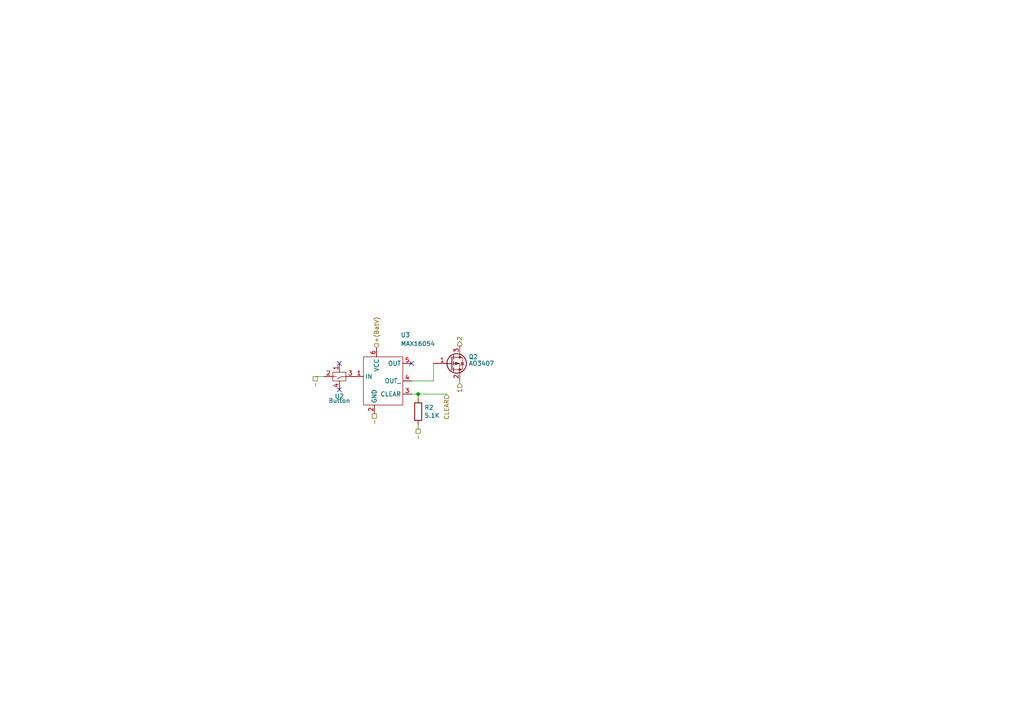
<source format=kicad_sch>
(kicad_sch (version 20230121) (generator eeschema)
  (paper "A4")
  (lib_symbols
    (symbol "Device:R" (pin_numbers hide) (pin_names (offset 0))
      (property "Reference" "R" (at 2.032 0 90))
      (property "Value" "R" (at 0 0 90))
      (symbol "R_0_1"
        (rectangle (start -1.016 -2.54) (end 1.016 2.54) (stroke (width 0.254)))
      )
      (symbol "R_1_1"
        (pin passive line (at 0 3.81 270) (length 1.27) (name "~") (number "1"))
        (pin passive line (at 0 -3.81 90) (length 1.27) (name "~") (number "2"))
      )
    )
    (symbol "Library:Button"
      (property "Reference" "U" (at 1.905 2.54 0))
      (property "Value" "Button" (at 1.905 1.27 0))
      (symbol "Button_0_1"
        (rectangle (start 0 -0.635) (end 3.81 -3.175))
        (polyline (pts (xy 2.7193 -1.905) (xy 3.81 -1.905)))
        (polyline (pts (xy 0 -1.905) (xy 1.27 -1.905) (xy 2.54 -1.27)))
      )
      (symbol "Button_1_1"
        (pin input line (at 1.905 -5.715 90) (length 2.54) (name "") (number "1"))
        (pin input line (at 6.35 -1.905 180) (length 2.54) (name "") (number "2"))
        (pin input line (at -2.54 -1.905 0) (length 2.54) (name "") (number "3"))
        (pin input line (at 1.905 1.905 270) (length 2.54) (name "") (number "4"))
      )
    )
    (symbol "Library:MAX16054"
      (property "Reference" "U" (at 4.445 -12.7 0))
      (property "Value" "MAX16054" (at 8.89 -10.795 0))
      (symbol "MAX16054_0_1"
        (rectangle (start 5.715 6.985) (end -5.715 -6.985))
      )
      (symbol "MAX16054_1_1"
        (pin input line (at -8.255 1.27 0) (length 2.54) (name "IN") (number "1"))
        (pin input line (at -2.54 -9.525 90) (length 2.54) (name "GND") (number "2"))
        (pin input line (at 8.255 -3.81 180) (length 2.54) (name "CLEAR") (number "3"))
        (pin input line (at 8.255 0 180) (length 2.54) (name "OUT_") (number "4"))
        (pin input line (at 8.255 5.08 180) (length 2.54) (name "OUT") (number "5"))
        (pin input line (at -1.905 9.525 270) (length 2.54) (name "VCC") (number "6"))
      )
    )
    (symbol "nrfmicro-rescue:BSS83P" (pin_names (offset 0) hide)
      (property "Reference" "Q" (at 5.08 1.905 0))
      (property "Value" "BSS83P" (at 5.08 0 0))
      (symbol "BSS83P_0_1"
        (polyline (pts (xy 0 0) (xy 0.254 0)))
        (polyline (pts (xy 0.762 -1.778) (xy 2.54 -1.778)))
        (polyline (pts (xy 0.762 -1.27) (xy 0.762 -2.286)) (stroke (width 0.254)))
        (polyline (pts (xy 0.762 0) (xy 2.54 0)))
        (polyline (pts (xy 0.762 0.508) (xy 0.762 -0.508)) (stroke (width 0.254)))
        (polyline (pts (xy 0.762 1.778) (xy 2.54 1.778)))
        (polyline (pts (xy 0.762 2.286) (xy 0.762 1.27)) (stroke (width 0.254)))
        (polyline (pts (xy 2.54 -1.778) (xy 2.54 -2.54)))
        (polyline (pts (xy 2.54 -1.778) (xy 2.54 0)))
        (polyline (pts (xy 2.54 2.54) (xy 2.54 1.778)))
        (polyline (pts (xy 0.254 1.905) (xy 0.254 -1.905) (xy 0.254 -1.905)) (stroke (width 0.254)))
        (polyline (pts (xy 2.286 0) (xy 1.27 -0.381) (xy 1.27 0.381) (xy 2.286 0)) (fill (type outline)))
        (polyline (pts (xy 2.54 -1.778) (xy 3.302 -1.778) (xy 3.302 1.778) (xy 2.54 1.778)))
        (polyline (pts (xy 2.794 -0.508) (xy 2.921 -0.381) (xy 3.683 -0.381) (xy 3.81 -0.254)))
        (polyline (pts (xy 3.302 -0.381) (xy 2.921 0.254) (xy 3.683 0.254) (xy 3.302 -0.381)))
        (circle (center 1.651 0) (radius 2.8194) (stroke (width 0.254)))
        (circle (center 2.54 -1.778) (radius 0.2794) (fill (type outline)))
        (circle (center 2.54 1.778) (radius 0.2794) (fill (type outline)))
      )
      (symbol "BSS83P_1_1"
        (pin input line (at -5.08 0 0) (length 5.08) (name "G") (number "1"))
        (pin passive line (at 2.54 -5.08 90) (length 2.54) (name "S") (number "2"))
        (pin passive line (at 2.54 5.08 270) (length 2.54) (name "D") (number "3"))
      )
    )
  )
  (junction (at 121.285 114.3))
  (no_connect (at 98.425 113.03))
  (no_connect (at 119.38 105.41))
  (no_connect (at 98.425 105.41))
  (wire (pts (xy 121.285 114.3) (xy 121.285 115.57)))
  (wire (pts (xy 93.98 109.22) (xy 91.44 109.22)))
  (wire (pts (xy 121.285 123.19) (xy 121.285 124.46)))
  (wire (pts (xy 125.73 105.41) (xy 125.73 110.49)))
  (wire (pts (xy 121.285 114.3) (xy 119.38 114.3)))
  (wire (pts (xy 121.285 114.3) (xy 129.54 114.3)))
  (wire (pts (xy 133.35 111.125) (xy 133.35 110.49)))
  (wire (pts (xy 125.73 110.49) (xy 119.38 110.49)))
  (hierarchical_label "-" (shape passive) (at 108.585 120.015 270))
  (hierarchical_label "-" (shape passive) (at 91.44 109.22 270))
  (hierarchical_label "2" (shape output) (at 133.35 100.33 90))
  (hierarchical_label "+(BatV)" (shape input) (at 109.22 100.965 90))
  (hierarchical_label "CLEAR" (shape input) (at 129.54 114.3 270))
  (hierarchical_label "1" (shape input) (at 133.35 111.125 270))
  (hierarchical_label "-" (shape passive) (at 121.285 124.46 270))
  (symbol (lib_id "nrfmicro-rescue:BSS83P") (at 130.81 105.41 0) (unit 1)
    (property "Reference" "Q2" (at 135.89 103.505 0) (effects (justify left)))
    (property "Value" "AO3407" (at 135.89 105.41 0) (effects (justify left)))
    (property "Footprint" "Package_TO_SOT_SMD:SOT-23" (effects hide))
  )
  (symbol (lib_id "Device:R") (at 121.285 119.38 0) (unit 1)
    (property "Reference" "R2" (at 123.063 118.2116 0) (effects (justify left)))
    (property "Value" "5.1K" (at 123.063 120.523 0) (effects (justify left)))
    (property "Footprint" "Resistor_SMD:R_0402_1005Metric" (effects hide))
  )
  (symbol (lib_id "Library:Button") (at 100.33 111.125 180) (unit 1)
    (property "Reference" "U2" (at 98.425 114.935 0))
    (property "Value" "Button" (at 98.425 116.205 0))
    (property "Footprint" "Library:Button" (effects hide))
  )
  (symbol (lib_id "Library:MAX16054") (at 111.125 110.49 0) (unit 1)
    (property "Reference" "U3" (at 116.205 97.155 0) (effects (justify left)))
    (property "Value" "MAX16054" (at 116.205 99.695 0) (effects (justify left)))
    (property "Footprint" "Package_TO_SOT_SMD:SOT-23-6" (effects hide))
  )
)
</source>
